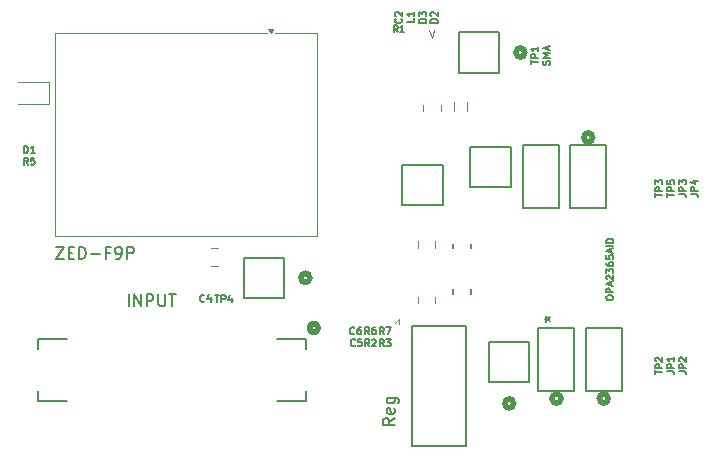
<source format=gbr>
%TF.GenerationSoftware,KiCad,Pcbnew,8.0.5*%
%TF.CreationDate,2025-04-17T16:29:18+02:00*%
%TF.ProjectId,ZED_F9P_minimal,5a45445f-4639-4505-9f6d-696e696d616c,rev?*%
%TF.SameCoordinates,Original*%
%TF.FileFunction,Legend,Top*%
%TF.FilePolarity,Positive*%
%FSLAX46Y46*%
G04 Gerber Fmt 4.6, Leading zero omitted, Abs format (unit mm)*
G04 Created by KiCad (PCBNEW 8.0.5) date 2025-04-17 16:29:18*
%MOMM*%
%LPD*%
G01*
G04 APERTURE LIST*
%ADD10C,0.100000*%
%ADD11C,0.150000*%
%ADD12C,0.152400*%
%ADD13C,0.508000*%
%ADD14C,0.120000*%
%ADD15C,0.200000*%
G04 APERTURE END LIST*
D10*
X56950000Y-22100000D02*
X56750000Y-22750000D01*
X56750000Y-22750000D02*
X56550000Y-22100000D01*
X53600000Y-46875000D02*
X53950000Y-46525000D01*
X53950000Y-46525000D02*
X53950000Y-46975000D01*
D11*
X38392856Y-44519771D02*
X38735714Y-44519771D01*
X38564285Y-45119771D02*
X38564285Y-44519771D01*
X38935714Y-45119771D02*
X38935714Y-44519771D01*
X38935714Y-44519771D02*
X39164285Y-44519771D01*
X39164285Y-44519771D02*
X39221428Y-44548342D01*
X39221428Y-44548342D02*
X39249999Y-44576914D01*
X39249999Y-44576914D02*
X39278571Y-44634057D01*
X39278571Y-44634057D02*
X39278571Y-44719771D01*
X39278571Y-44719771D02*
X39249999Y-44776914D01*
X39249999Y-44776914D02*
X39221428Y-44805485D01*
X39221428Y-44805485D02*
X39164285Y-44834057D01*
X39164285Y-44834057D02*
X38935714Y-44834057D01*
X39792857Y-44719771D02*
X39792857Y-45119771D01*
X39649999Y-44491200D02*
X39507142Y-44919771D01*
X39507142Y-44919771D02*
X39878571Y-44919771D01*
X76669771Y-50975000D02*
X77098342Y-50975000D01*
X77098342Y-50975000D02*
X77184057Y-51003571D01*
X77184057Y-51003571D02*
X77241200Y-51060714D01*
X77241200Y-51060714D02*
X77269771Y-51146428D01*
X77269771Y-51146428D02*
X77269771Y-51203571D01*
X77269771Y-50689285D02*
X76669771Y-50689285D01*
X76669771Y-50689285D02*
X76669771Y-50460714D01*
X76669771Y-50460714D02*
X76698342Y-50403571D01*
X76698342Y-50403571D02*
X76726914Y-50375000D01*
X76726914Y-50375000D02*
X76784057Y-50346428D01*
X76784057Y-50346428D02*
X76869771Y-50346428D01*
X76869771Y-50346428D02*
X76926914Y-50375000D01*
X76926914Y-50375000D02*
X76955485Y-50403571D01*
X76955485Y-50403571D02*
X76984057Y-50460714D01*
X76984057Y-50460714D02*
X76984057Y-50689285D01*
X77269771Y-49775000D02*
X77269771Y-50117857D01*
X77269771Y-49946428D02*
X76669771Y-49946428D01*
X76669771Y-49946428D02*
X76755485Y-50003571D01*
X76755485Y-50003571D02*
X76812628Y-50060714D01*
X76812628Y-50060714D02*
X76841200Y-50117857D01*
X55230921Y-21078999D02*
X55230921Y-21364713D01*
X55230921Y-21364713D02*
X54630921Y-21364713D01*
X55230921Y-20564714D02*
X55230921Y-20907571D01*
X55230921Y-20736142D02*
X54630921Y-20736142D01*
X54630921Y-20736142D02*
X54716635Y-20793285D01*
X54716635Y-20793285D02*
X54773778Y-20850428D01*
X54773778Y-20850428D02*
X54802350Y-20907571D01*
X54173778Y-21099999D02*
X54202350Y-21128571D01*
X54202350Y-21128571D02*
X54230921Y-21214285D01*
X54230921Y-21214285D02*
X54230921Y-21271428D01*
X54230921Y-21271428D02*
X54202350Y-21357142D01*
X54202350Y-21357142D02*
X54145207Y-21414285D01*
X54145207Y-21414285D02*
X54088064Y-21442856D01*
X54088064Y-21442856D02*
X53973778Y-21471428D01*
X53973778Y-21471428D02*
X53888064Y-21471428D01*
X53888064Y-21471428D02*
X53773778Y-21442856D01*
X53773778Y-21442856D02*
X53716635Y-21414285D01*
X53716635Y-21414285D02*
X53659492Y-21357142D01*
X53659492Y-21357142D02*
X53630921Y-21271428D01*
X53630921Y-21271428D02*
X53630921Y-21214285D01*
X53630921Y-21214285D02*
X53659492Y-21128571D01*
X53659492Y-21128571D02*
X53688064Y-21099999D01*
X53688064Y-20871428D02*
X53659492Y-20842856D01*
X53659492Y-20842856D02*
X53630921Y-20785714D01*
X53630921Y-20785714D02*
X53630921Y-20642856D01*
X53630921Y-20642856D02*
X53659492Y-20585714D01*
X53659492Y-20585714D02*
X53688064Y-20557142D01*
X53688064Y-20557142D02*
X53745207Y-20528571D01*
X53745207Y-20528571D02*
X53802350Y-20528571D01*
X53802350Y-20528571D02*
X53888064Y-20557142D01*
X53888064Y-20557142D02*
X54230921Y-20899999D01*
X54230921Y-20899999D02*
X54230921Y-20528571D01*
X31071429Y-45454819D02*
X31071429Y-44454819D01*
X31547619Y-45454819D02*
X31547619Y-44454819D01*
X31547619Y-44454819D02*
X32119047Y-45454819D01*
X32119047Y-45454819D02*
X32119047Y-44454819D01*
X32595238Y-45454819D02*
X32595238Y-44454819D01*
X32595238Y-44454819D02*
X32976190Y-44454819D01*
X32976190Y-44454819D02*
X33071428Y-44502438D01*
X33071428Y-44502438D02*
X33119047Y-44550057D01*
X33119047Y-44550057D02*
X33166666Y-44645295D01*
X33166666Y-44645295D02*
X33166666Y-44788152D01*
X33166666Y-44788152D02*
X33119047Y-44883390D01*
X33119047Y-44883390D02*
X33071428Y-44931009D01*
X33071428Y-44931009D02*
X32976190Y-44978628D01*
X32976190Y-44978628D02*
X32595238Y-44978628D01*
X33595238Y-44454819D02*
X33595238Y-45264342D01*
X33595238Y-45264342D02*
X33642857Y-45359580D01*
X33642857Y-45359580D02*
X33690476Y-45407200D01*
X33690476Y-45407200D02*
X33785714Y-45454819D01*
X33785714Y-45454819D02*
X33976190Y-45454819D01*
X33976190Y-45454819D02*
X34071428Y-45407200D01*
X34071428Y-45407200D02*
X34119047Y-45359580D01*
X34119047Y-45359580D02*
X34166666Y-45264342D01*
X34166666Y-45264342D02*
X34166666Y-44454819D01*
X34500000Y-44454819D02*
X35071428Y-44454819D01*
X34785714Y-45454819D02*
X34785714Y-44454819D01*
X65169771Y-24957143D02*
X65169771Y-24614286D01*
X65769771Y-24785714D02*
X65169771Y-24785714D01*
X65769771Y-24414285D02*
X65169771Y-24414285D01*
X65169771Y-24414285D02*
X65169771Y-24185714D01*
X65169771Y-24185714D02*
X65198342Y-24128571D01*
X65198342Y-24128571D02*
X65226914Y-24100000D01*
X65226914Y-24100000D02*
X65284057Y-24071428D01*
X65284057Y-24071428D02*
X65369771Y-24071428D01*
X65369771Y-24071428D02*
X65426914Y-24100000D01*
X65426914Y-24100000D02*
X65455485Y-24128571D01*
X65455485Y-24128571D02*
X65484057Y-24185714D01*
X65484057Y-24185714D02*
X65484057Y-24414285D01*
X65769771Y-23500000D02*
X65769771Y-23842857D01*
X65769771Y-23671428D02*
X65169771Y-23671428D01*
X65169771Y-23671428D02*
X65255485Y-23728571D01*
X65255485Y-23728571D02*
X65312628Y-23785714D01*
X65312628Y-23785714D02*
X65341200Y-23842857D01*
X56269771Y-21442856D02*
X55669771Y-21442856D01*
X55669771Y-21442856D02*
X55669771Y-21299999D01*
X55669771Y-21299999D02*
X55698342Y-21214285D01*
X55698342Y-21214285D02*
X55755485Y-21157142D01*
X55755485Y-21157142D02*
X55812628Y-21128571D01*
X55812628Y-21128571D02*
X55926914Y-21099999D01*
X55926914Y-21099999D02*
X56012628Y-21099999D01*
X56012628Y-21099999D02*
X56126914Y-21128571D01*
X56126914Y-21128571D02*
X56184057Y-21157142D01*
X56184057Y-21157142D02*
X56241200Y-21214285D01*
X56241200Y-21214285D02*
X56269771Y-21299999D01*
X56269771Y-21299999D02*
X56269771Y-21442856D01*
X55669771Y-20899999D02*
X55669771Y-20528571D01*
X55669771Y-20528571D02*
X55898342Y-20728571D01*
X55898342Y-20728571D02*
X55898342Y-20642856D01*
X55898342Y-20642856D02*
X55926914Y-20585714D01*
X55926914Y-20585714D02*
X55955485Y-20557142D01*
X55955485Y-20557142D02*
X56012628Y-20528571D01*
X56012628Y-20528571D02*
X56155485Y-20528571D01*
X56155485Y-20528571D02*
X56212628Y-20557142D01*
X56212628Y-20557142D02*
X56241200Y-20585714D01*
X56241200Y-20585714D02*
X56269771Y-20642856D01*
X56269771Y-20642856D02*
X56269771Y-20814285D01*
X56269771Y-20814285D02*
X56241200Y-20871428D01*
X56241200Y-20871428D02*
X56212628Y-20899999D01*
X71519771Y-44782143D02*
X71519771Y-44667857D01*
X71519771Y-44667857D02*
X71548342Y-44610714D01*
X71548342Y-44610714D02*
X71605485Y-44553571D01*
X71605485Y-44553571D02*
X71719771Y-44525000D01*
X71719771Y-44525000D02*
X71919771Y-44525000D01*
X71919771Y-44525000D02*
X72034057Y-44553571D01*
X72034057Y-44553571D02*
X72091200Y-44610714D01*
X72091200Y-44610714D02*
X72119771Y-44667857D01*
X72119771Y-44667857D02*
X72119771Y-44782143D01*
X72119771Y-44782143D02*
X72091200Y-44839286D01*
X72091200Y-44839286D02*
X72034057Y-44896428D01*
X72034057Y-44896428D02*
X71919771Y-44925000D01*
X71919771Y-44925000D02*
X71719771Y-44925000D01*
X71719771Y-44925000D02*
X71605485Y-44896428D01*
X71605485Y-44896428D02*
X71548342Y-44839286D01*
X71548342Y-44839286D02*
X71519771Y-44782143D01*
X72119771Y-44267857D02*
X71519771Y-44267857D01*
X71519771Y-44267857D02*
X71519771Y-44039286D01*
X71519771Y-44039286D02*
X71548342Y-43982143D01*
X71548342Y-43982143D02*
X71576914Y-43953572D01*
X71576914Y-43953572D02*
X71634057Y-43925000D01*
X71634057Y-43925000D02*
X71719771Y-43925000D01*
X71719771Y-43925000D02*
X71776914Y-43953572D01*
X71776914Y-43953572D02*
X71805485Y-43982143D01*
X71805485Y-43982143D02*
X71834057Y-44039286D01*
X71834057Y-44039286D02*
X71834057Y-44267857D01*
X71948342Y-43696429D02*
X71948342Y-43410715D01*
X72119771Y-43753572D02*
X71519771Y-43553572D01*
X71519771Y-43553572D02*
X72119771Y-43353572D01*
X71576914Y-43182143D02*
X71548342Y-43153571D01*
X71548342Y-43153571D02*
X71519771Y-43096429D01*
X71519771Y-43096429D02*
X71519771Y-42953571D01*
X71519771Y-42953571D02*
X71548342Y-42896429D01*
X71548342Y-42896429D02*
X71576914Y-42867857D01*
X71576914Y-42867857D02*
X71634057Y-42839286D01*
X71634057Y-42839286D02*
X71691200Y-42839286D01*
X71691200Y-42839286D02*
X71776914Y-42867857D01*
X71776914Y-42867857D02*
X72119771Y-43210714D01*
X72119771Y-43210714D02*
X72119771Y-42839286D01*
X71519771Y-42639285D02*
X71519771Y-42267857D01*
X71519771Y-42267857D02*
X71748342Y-42467857D01*
X71748342Y-42467857D02*
X71748342Y-42382142D01*
X71748342Y-42382142D02*
X71776914Y-42325000D01*
X71776914Y-42325000D02*
X71805485Y-42296428D01*
X71805485Y-42296428D02*
X71862628Y-42267857D01*
X71862628Y-42267857D02*
X72005485Y-42267857D01*
X72005485Y-42267857D02*
X72062628Y-42296428D01*
X72062628Y-42296428D02*
X72091200Y-42325000D01*
X72091200Y-42325000D02*
X72119771Y-42382142D01*
X72119771Y-42382142D02*
X72119771Y-42553571D01*
X72119771Y-42553571D02*
X72091200Y-42610714D01*
X72091200Y-42610714D02*
X72062628Y-42639285D01*
X71519771Y-41753571D02*
X71519771Y-41867856D01*
X71519771Y-41867856D02*
X71548342Y-41924999D01*
X71548342Y-41924999D02*
X71576914Y-41953571D01*
X71576914Y-41953571D02*
X71662628Y-42010713D01*
X71662628Y-42010713D02*
X71776914Y-42039285D01*
X71776914Y-42039285D02*
X72005485Y-42039285D01*
X72005485Y-42039285D02*
X72062628Y-42010713D01*
X72062628Y-42010713D02*
X72091200Y-41982142D01*
X72091200Y-41982142D02*
X72119771Y-41924999D01*
X72119771Y-41924999D02*
X72119771Y-41810713D01*
X72119771Y-41810713D02*
X72091200Y-41753571D01*
X72091200Y-41753571D02*
X72062628Y-41724999D01*
X72062628Y-41724999D02*
X72005485Y-41696428D01*
X72005485Y-41696428D02*
X71862628Y-41696428D01*
X71862628Y-41696428D02*
X71805485Y-41724999D01*
X71805485Y-41724999D02*
X71776914Y-41753571D01*
X71776914Y-41753571D02*
X71748342Y-41810713D01*
X71748342Y-41810713D02*
X71748342Y-41924999D01*
X71748342Y-41924999D02*
X71776914Y-41982142D01*
X71776914Y-41982142D02*
X71805485Y-42010713D01*
X71805485Y-42010713D02*
X71862628Y-42039285D01*
X71519771Y-41153570D02*
X71519771Y-41439284D01*
X71519771Y-41439284D02*
X71805485Y-41467856D01*
X71805485Y-41467856D02*
X71776914Y-41439284D01*
X71776914Y-41439284D02*
X71748342Y-41382142D01*
X71748342Y-41382142D02*
X71748342Y-41239284D01*
X71748342Y-41239284D02*
X71776914Y-41182142D01*
X71776914Y-41182142D02*
X71805485Y-41153570D01*
X71805485Y-41153570D02*
X71862628Y-41124999D01*
X71862628Y-41124999D02*
X72005485Y-41124999D01*
X72005485Y-41124999D02*
X72062628Y-41153570D01*
X72062628Y-41153570D02*
X72091200Y-41182142D01*
X72091200Y-41182142D02*
X72119771Y-41239284D01*
X72119771Y-41239284D02*
X72119771Y-41382142D01*
X72119771Y-41382142D02*
X72091200Y-41439284D01*
X72091200Y-41439284D02*
X72062628Y-41467856D01*
X71948342Y-40896427D02*
X71948342Y-40610713D01*
X72119771Y-40953570D02*
X71519771Y-40753570D01*
X71519771Y-40753570D02*
X72119771Y-40553570D01*
X72119771Y-40353569D02*
X71519771Y-40353569D01*
X72119771Y-40067855D02*
X71519771Y-40067855D01*
X71519771Y-40067855D02*
X71519771Y-39924998D01*
X71519771Y-39924998D02*
X71548342Y-39839284D01*
X71548342Y-39839284D02*
X71605485Y-39782141D01*
X71605485Y-39782141D02*
X71662628Y-39753570D01*
X71662628Y-39753570D02*
X71776914Y-39724998D01*
X71776914Y-39724998D02*
X71862628Y-39724998D01*
X71862628Y-39724998D02*
X71976914Y-39753570D01*
X71976914Y-39753570D02*
X72034057Y-39782141D01*
X72034057Y-39782141D02*
X72091200Y-39839284D01*
X72091200Y-39839284D02*
X72119771Y-39924998D01*
X72119771Y-39924998D02*
X72119771Y-40067855D01*
X66289819Y-46540699D02*
X66527914Y-46540699D01*
X66432676Y-46778794D02*
X66527914Y-46540699D01*
X66527914Y-46540699D02*
X66432676Y-46302604D01*
X66718390Y-46683556D02*
X66527914Y-46540699D01*
X66527914Y-46540699D02*
X66718390Y-46397842D01*
X66289819Y-46540699D02*
X66527914Y-46540699D01*
X66432676Y-46778794D02*
X66527914Y-46540699D01*
X66527914Y-46540699D02*
X66432676Y-46302604D01*
X66718390Y-46683556D02*
X66527914Y-46540699D01*
X66527914Y-46540699D02*
X66718390Y-46397842D01*
X50200000Y-47787628D02*
X50171428Y-47816200D01*
X50171428Y-47816200D02*
X50085714Y-47844771D01*
X50085714Y-47844771D02*
X50028571Y-47844771D01*
X50028571Y-47844771D02*
X49942857Y-47816200D01*
X49942857Y-47816200D02*
X49885714Y-47759057D01*
X49885714Y-47759057D02*
X49857143Y-47701914D01*
X49857143Y-47701914D02*
X49828571Y-47587628D01*
X49828571Y-47587628D02*
X49828571Y-47501914D01*
X49828571Y-47501914D02*
X49857143Y-47387628D01*
X49857143Y-47387628D02*
X49885714Y-47330485D01*
X49885714Y-47330485D02*
X49942857Y-47273342D01*
X49942857Y-47273342D02*
X50028571Y-47244771D01*
X50028571Y-47244771D02*
X50085714Y-47244771D01*
X50085714Y-47244771D02*
X50171428Y-47273342D01*
X50171428Y-47273342D02*
X50200000Y-47301914D01*
X50714286Y-47244771D02*
X50600000Y-47244771D01*
X50600000Y-47244771D02*
X50542857Y-47273342D01*
X50542857Y-47273342D02*
X50514286Y-47301914D01*
X50514286Y-47301914D02*
X50457143Y-47387628D01*
X50457143Y-47387628D02*
X50428571Y-47501914D01*
X50428571Y-47501914D02*
X50428571Y-47730485D01*
X50428571Y-47730485D02*
X50457143Y-47787628D01*
X50457143Y-47787628D02*
X50485714Y-47816200D01*
X50485714Y-47816200D02*
X50542857Y-47844771D01*
X50542857Y-47844771D02*
X50657143Y-47844771D01*
X50657143Y-47844771D02*
X50714286Y-47816200D01*
X50714286Y-47816200D02*
X50742857Y-47787628D01*
X50742857Y-47787628D02*
X50771428Y-47730485D01*
X50771428Y-47730485D02*
X50771428Y-47587628D01*
X50771428Y-47587628D02*
X50742857Y-47530485D01*
X50742857Y-47530485D02*
X50714286Y-47501914D01*
X50714286Y-47501914D02*
X50657143Y-47473342D01*
X50657143Y-47473342D02*
X50542857Y-47473342D01*
X50542857Y-47473342D02*
X50485714Y-47501914D01*
X50485714Y-47501914D02*
X50457143Y-47530485D01*
X50457143Y-47530485D02*
X50428571Y-47587628D01*
X66691200Y-24996428D02*
X66719771Y-24910714D01*
X66719771Y-24910714D02*
X66719771Y-24767856D01*
X66719771Y-24767856D02*
X66691200Y-24710714D01*
X66691200Y-24710714D02*
X66662628Y-24682142D01*
X66662628Y-24682142D02*
X66605485Y-24653571D01*
X66605485Y-24653571D02*
X66548342Y-24653571D01*
X66548342Y-24653571D02*
X66491200Y-24682142D01*
X66491200Y-24682142D02*
X66462628Y-24710714D01*
X66462628Y-24710714D02*
X66434057Y-24767856D01*
X66434057Y-24767856D02*
X66405485Y-24882142D01*
X66405485Y-24882142D02*
X66376914Y-24939285D01*
X66376914Y-24939285D02*
X66348342Y-24967856D01*
X66348342Y-24967856D02*
X66291200Y-24996428D01*
X66291200Y-24996428D02*
X66234057Y-24996428D01*
X66234057Y-24996428D02*
X66176914Y-24967856D01*
X66176914Y-24967856D02*
X66148342Y-24939285D01*
X66148342Y-24939285D02*
X66119771Y-24882142D01*
X66119771Y-24882142D02*
X66119771Y-24739285D01*
X66119771Y-24739285D02*
X66148342Y-24653571D01*
X66719771Y-24396427D02*
X66119771Y-24396427D01*
X66119771Y-24396427D02*
X66548342Y-24196427D01*
X66548342Y-24196427D02*
X66119771Y-23996427D01*
X66119771Y-23996427D02*
X66719771Y-23996427D01*
X66548342Y-23739285D02*
X66548342Y-23453571D01*
X66719771Y-23796428D02*
X66119771Y-23596428D01*
X66119771Y-23596428D02*
X66719771Y-23396428D01*
X51450000Y-47844771D02*
X51250000Y-47559057D01*
X51107143Y-47844771D02*
X51107143Y-47244771D01*
X51107143Y-47244771D02*
X51335714Y-47244771D01*
X51335714Y-47244771D02*
X51392857Y-47273342D01*
X51392857Y-47273342D02*
X51421428Y-47301914D01*
X51421428Y-47301914D02*
X51450000Y-47359057D01*
X51450000Y-47359057D02*
X51450000Y-47444771D01*
X51450000Y-47444771D02*
X51421428Y-47501914D01*
X51421428Y-47501914D02*
X51392857Y-47530485D01*
X51392857Y-47530485D02*
X51335714Y-47559057D01*
X51335714Y-47559057D02*
X51107143Y-47559057D01*
X51964286Y-47244771D02*
X51850000Y-47244771D01*
X51850000Y-47244771D02*
X51792857Y-47273342D01*
X51792857Y-47273342D02*
X51764286Y-47301914D01*
X51764286Y-47301914D02*
X51707143Y-47387628D01*
X51707143Y-47387628D02*
X51678571Y-47501914D01*
X51678571Y-47501914D02*
X51678571Y-47730485D01*
X51678571Y-47730485D02*
X51707143Y-47787628D01*
X51707143Y-47787628D02*
X51735714Y-47816200D01*
X51735714Y-47816200D02*
X51792857Y-47844771D01*
X51792857Y-47844771D02*
X51907143Y-47844771D01*
X51907143Y-47844771D02*
X51964286Y-47816200D01*
X51964286Y-47816200D02*
X51992857Y-47787628D01*
X51992857Y-47787628D02*
X52021428Y-47730485D01*
X52021428Y-47730485D02*
X52021428Y-47587628D01*
X52021428Y-47587628D02*
X51992857Y-47530485D01*
X51992857Y-47530485D02*
X51964286Y-47501914D01*
X51964286Y-47501914D02*
X51907143Y-47473342D01*
X51907143Y-47473342D02*
X51792857Y-47473342D01*
X51792857Y-47473342D02*
X51735714Y-47501914D01*
X51735714Y-47501914D02*
X51707143Y-47530485D01*
X51707143Y-47530485D02*
X51678571Y-47587628D01*
X78669771Y-35975000D02*
X79098342Y-35975000D01*
X79098342Y-35975000D02*
X79184057Y-36003571D01*
X79184057Y-36003571D02*
X79241200Y-36060714D01*
X79241200Y-36060714D02*
X79269771Y-36146428D01*
X79269771Y-36146428D02*
X79269771Y-36203571D01*
X79269771Y-35689285D02*
X78669771Y-35689285D01*
X78669771Y-35689285D02*
X78669771Y-35460714D01*
X78669771Y-35460714D02*
X78698342Y-35403571D01*
X78698342Y-35403571D02*
X78726914Y-35375000D01*
X78726914Y-35375000D02*
X78784057Y-35346428D01*
X78784057Y-35346428D02*
X78869771Y-35346428D01*
X78869771Y-35346428D02*
X78926914Y-35375000D01*
X78926914Y-35375000D02*
X78955485Y-35403571D01*
X78955485Y-35403571D02*
X78984057Y-35460714D01*
X78984057Y-35460714D02*
X78984057Y-35689285D01*
X78869771Y-34832143D02*
X79269771Y-34832143D01*
X78641200Y-34975000D02*
X79069771Y-35117857D01*
X79069771Y-35117857D02*
X79069771Y-34746428D01*
X57230921Y-21442856D02*
X56630921Y-21442856D01*
X56630921Y-21442856D02*
X56630921Y-21299999D01*
X56630921Y-21299999D02*
X56659492Y-21214285D01*
X56659492Y-21214285D02*
X56716635Y-21157142D01*
X56716635Y-21157142D02*
X56773778Y-21128571D01*
X56773778Y-21128571D02*
X56888064Y-21099999D01*
X56888064Y-21099999D02*
X56973778Y-21099999D01*
X56973778Y-21099999D02*
X57088064Y-21128571D01*
X57088064Y-21128571D02*
X57145207Y-21157142D01*
X57145207Y-21157142D02*
X57202350Y-21214285D01*
X57202350Y-21214285D02*
X57230921Y-21299999D01*
X57230921Y-21299999D02*
X57230921Y-21442856D01*
X56688064Y-20871428D02*
X56659492Y-20842856D01*
X56659492Y-20842856D02*
X56630921Y-20785714D01*
X56630921Y-20785714D02*
X56630921Y-20642856D01*
X56630921Y-20642856D02*
X56659492Y-20585714D01*
X56659492Y-20585714D02*
X56688064Y-20557142D01*
X56688064Y-20557142D02*
X56745207Y-20528571D01*
X56745207Y-20528571D02*
X56802350Y-20528571D01*
X56802350Y-20528571D02*
X56888064Y-20557142D01*
X56888064Y-20557142D02*
X57230921Y-20899999D01*
X57230921Y-20899999D02*
X57230921Y-20528571D01*
X52700000Y-47844771D02*
X52500000Y-47559057D01*
X52357143Y-47844771D02*
X52357143Y-47244771D01*
X52357143Y-47244771D02*
X52585714Y-47244771D01*
X52585714Y-47244771D02*
X52642857Y-47273342D01*
X52642857Y-47273342D02*
X52671428Y-47301914D01*
X52671428Y-47301914D02*
X52700000Y-47359057D01*
X52700000Y-47359057D02*
X52700000Y-47444771D01*
X52700000Y-47444771D02*
X52671428Y-47501914D01*
X52671428Y-47501914D02*
X52642857Y-47530485D01*
X52642857Y-47530485D02*
X52585714Y-47559057D01*
X52585714Y-47559057D02*
X52357143Y-47559057D01*
X52900000Y-47244771D02*
X53300000Y-47244771D01*
X53300000Y-47244771D02*
X53042857Y-47844771D01*
X76669771Y-36232143D02*
X76669771Y-35889286D01*
X77269771Y-36060714D02*
X76669771Y-36060714D01*
X77269771Y-35689285D02*
X76669771Y-35689285D01*
X76669771Y-35689285D02*
X76669771Y-35460714D01*
X76669771Y-35460714D02*
X76698342Y-35403571D01*
X76698342Y-35403571D02*
X76726914Y-35375000D01*
X76726914Y-35375000D02*
X76784057Y-35346428D01*
X76784057Y-35346428D02*
X76869771Y-35346428D01*
X76869771Y-35346428D02*
X76926914Y-35375000D01*
X76926914Y-35375000D02*
X76955485Y-35403571D01*
X76955485Y-35403571D02*
X76984057Y-35460714D01*
X76984057Y-35460714D02*
X76984057Y-35689285D01*
X76669771Y-34803571D02*
X76669771Y-35089285D01*
X76669771Y-35089285D02*
X76955485Y-35117857D01*
X76955485Y-35117857D02*
X76926914Y-35089285D01*
X76926914Y-35089285D02*
X76898342Y-35032143D01*
X76898342Y-35032143D02*
X76898342Y-34889285D01*
X76898342Y-34889285D02*
X76926914Y-34832143D01*
X76926914Y-34832143D02*
X76955485Y-34803571D01*
X76955485Y-34803571D02*
X77012628Y-34775000D01*
X77012628Y-34775000D02*
X77155485Y-34775000D01*
X77155485Y-34775000D02*
X77212628Y-34803571D01*
X77212628Y-34803571D02*
X77241200Y-34832143D01*
X77241200Y-34832143D02*
X77269771Y-34889285D01*
X77269771Y-34889285D02*
X77269771Y-35032143D01*
X77269771Y-35032143D02*
X77241200Y-35089285D01*
X77241200Y-35089285D02*
X77212628Y-35117857D01*
X22550000Y-33469771D02*
X22350000Y-33184057D01*
X22207143Y-33469771D02*
X22207143Y-32869771D01*
X22207143Y-32869771D02*
X22435714Y-32869771D01*
X22435714Y-32869771D02*
X22492857Y-32898342D01*
X22492857Y-32898342D02*
X22521428Y-32926914D01*
X22521428Y-32926914D02*
X22550000Y-32984057D01*
X22550000Y-32984057D02*
X22550000Y-33069771D01*
X22550000Y-33069771D02*
X22521428Y-33126914D01*
X22521428Y-33126914D02*
X22492857Y-33155485D01*
X22492857Y-33155485D02*
X22435714Y-33184057D01*
X22435714Y-33184057D02*
X22207143Y-33184057D01*
X23092857Y-32869771D02*
X22807143Y-32869771D01*
X22807143Y-32869771D02*
X22778571Y-33155485D01*
X22778571Y-33155485D02*
X22807143Y-33126914D01*
X22807143Y-33126914D02*
X22864286Y-33098342D01*
X22864286Y-33098342D02*
X23007143Y-33098342D01*
X23007143Y-33098342D02*
X23064286Y-33126914D01*
X23064286Y-33126914D02*
X23092857Y-33155485D01*
X23092857Y-33155485D02*
X23121428Y-33212628D01*
X23121428Y-33212628D02*
X23121428Y-33355485D01*
X23121428Y-33355485D02*
X23092857Y-33412628D01*
X23092857Y-33412628D02*
X23064286Y-33441200D01*
X23064286Y-33441200D02*
X23007143Y-33469771D01*
X23007143Y-33469771D02*
X22864286Y-33469771D01*
X22864286Y-33469771D02*
X22807143Y-33441200D01*
X22807143Y-33441200D02*
X22778571Y-33412628D01*
X50250000Y-48762628D02*
X50221428Y-48791200D01*
X50221428Y-48791200D02*
X50135714Y-48819771D01*
X50135714Y-48819771D02*
X50078571Y-48819771D01*
X50078571Y-48819771D02*
X49992857Y-48791200D01*
X49992857Y-48791200D02*
X49935714Y-48734057D01*
X49935714Y-48734057D02*
X49907143Y-48676914D01*
X49907143Y-48676914D02*
X49878571Y-48562628D01*
X49878571Y-48562628D02*
X49878571Y-48476914D01*
X49878571Y-48476914D02*
X49907143Y-48362628D01*
X49907143Y-48362628D02*
X49935714Y-48305485D01*
X49935714Y-48305485D02*
X49992857Y-48248342D01*
X49992857Y-48248342D02*
X50078571Y-48219771D01*
X50078571Y-48219771D02*
X50135714Y-48219771D01*
X50135714Y-48219771D02*
X50221428Y-48248342D01*
X50221428Y-48248342D02*
X50250000Y-48276914D01*
X50792857Y-48219771D02*
X50507143Y-48219771D01*
X50507143Y-48219771D02*
X50478571Y-48505485D01*
X50478571Y-48505485D02*
X50507143Y-48476914D01*
X50507143Y-48476914D02*
X50564286Y-48448342D01*
X50564286Y-48448342D02*
X50707143Y-48448342D01*
X50707143Y-48448342D02*
X50764286Y-48476914D01*
X50764286Y-48476914D02*
X50792857Y-48505485D01*
X50792857Y-48505485D02*
X50821428Y-48562628D01*
X50821428Y-48562628D02*
X50821428Y-48705485D01*
X50821428Y-48705485D02*
X50792857Y-48762628D01*
X50792857Y-48762628D02*
X50764286Y-48791200D01*
X50764286Y-48791200D02*
X50707143Y-48819771D01*
X50707143Y-48819771D02*
X50564286Y-48819771D01*
X50564286Y-48819771D02*
X50507143Y-48791200D01*
X50507143Y-48791200D02*
X50478571Y-48762628D01*
X75669771Y-51232143D02*
X75669771Y-50889286D01*
X76269771Y-51060714D02*
X75669771Y-51060714D01*
X76269771Y-50689285D02*
X75669771Y-50689285D01*
X75669771Y-50689285D02*
X75669771Y-50460714D01*
X75669771Y-50460714D02*
X75698342Y-50403571D01*
X75698342Y-50403571D02*
X75726914Y-50375000D01*
X75726914Y-50375000D02*
X75784057Y-50346428D01*
X75784057Y-50346428D02*
X75869771Y-50346428D01*
X75869771Y-50346428D02*
X75926914Y-50375000D01*
X75926914Y-50375000D02*
X75955485Y-50403571D01*
X75955485Y-50403571D02*
X75984057Y-50460714D01*
X75984057Y-50460714D02*
X75984057Y-50689285D01*
X75726914Y-50117857D02*
X75698342Y-50089285D01*
X75698342Y-50089285D02*
X75669771Y-50032143D01*
X75669771Y-50032143D02*
X75669771Y-49889285D01*
X75669771Y-49889285D02*
X75698342Y-49832143D01*
X75698342Y-49832143D02*
X75726914Y-49803571D01*
X75726914Y-49803571D02*
X75784057Y-49775000D01*
X75784057Y-49775000D02*
X75841200Y-49775000D01*
X75841200Y-49775000D02*
X75926914Y-49803571D01*
X75926914Y-49803571D02*
X76269771Y-50146428D01*
X76269771Y-50146428D02*
X76269771Y-49775000D01*
X77669771Y-50975000D02*
X78098342Y-50975000D01*
X78098342Y-50975000D02*
X78184057Y-51003571D01*
X78184057Y-51003571D02*
X78241200Y-51060714D01*
X78241200Y-51060714D02*
X78269771Y-51146428D01*
X78269771Y-51146428D02*
X78269771Y-51203571D01*
X78269771Y-50689285D02*
X77669771Y-50689285D01*
X77669771Y-50689285D02*
X77669771Y-50460714D01*
X77669771Y-50460714D02*
X77698342Y-50403571D01*
X77698342Y-50403571D02*
X77726914Y-50375000D01*
X77726914Y-50375000D02*
X77784057Y-50346428D01*
X77784057Y-50346428D02*
X77869771Y-50346428D01*
X77869771Y-50346428D02*
X77926914Y-50375000D01*
X77926914Y-50375000D02*
X77955485Y-50403571D01*
X77955485Y-50403571D02*
X77984057Y-50460714D01*
X77984057Y-50460714D02*
X77984057Y-50689285D01*
X77726914Y-50117857D02*
X77698342Y-50089285D01*
X77698342Y-50089285D02*
X77669771Y-50032143D01*
X77669771Y-50032143D02*
X77669771Y-49889285D01*
X77669771Y-49889285D02*
X77698342Y-49832143D01*
X77698342Y-49832143D02*
X77726914Y-49803571D01*
X77726914Y-49803571D02*
X77784057Y-49775000D01*
X77784057Y-49775000D02*
X77841200Y-49775000D01*
X77841200Y-49775000D02*
X77926914Y-49803571D01*
X77926914Y-49803571D02*
X78269771Y-50146428D01*
X78269771Y-50146428D02*
X78269771Y-49775000D01*
X77669771Y-35975000D02*
X78098342Y-35975000D01*
X78098342Y-35975000D02*
X78184057Y-36003571D01*
X78184057Y-36003571D02*
X78241200Y-36060714D01*
X78241200Y-36060714D02*
X78269771Y-36146428D01*
X78269771Y-36146428D02*
X78269771Y-36203571D01*
X78269771Y-35689285D02*
X77669771Y-35689285D01*
X77669771Y-35689285D02*
X77669771Y-35460714D01*
X77669771Y-35460714D02*
X77698342Y-35403571D01*
X77698342Y-35403571D02*
X77726914Y-35375000D01*
X77726914Y-35375000D02*
X77784057Y-35346428D01*
X77784057Y-35346428D02*
X77869771Y-35346428D01*
X77869771Y-35346428D02*
X77926914Y-35375000D01*
X77926914Y-35375000D02*
X77955485Y-35403571D01*
X77955485Y-35403571D02*
X77984057Y-35460714D01*
X77984057Y-35460714D02*
X77984057Y-35689285D01*
X77669771Y-35146428D02*
X77669771Y-34775000D01*
X77669771Y-34775000D02*
X77898342Y-34975000D01*
X77898342Y-34975000D02*
X77898342Y-34889285D01*
X77898342Y-34889285D02*
X77926914Y-34832143D01*
X77926914Y-34832143D02*
X77955485Y-34803571D01*
X77955485Y-34803571D02*
X78012628Y-34775000D01*
X78012628Y-34775000D02*
X78155485Y-34775000D01*
X78155485Y-34775000D02*
X78212628Y-34803571D01*
X78212628Y-34803571D02*
X78241200Y-34832143D01*
X78241200Y-34832143D02*
X78269771Y-34889285D01*
X78269771Y-34889285D02*
X78269771Y-35060714D01*
X78269771Y-35060714D02*
X78241200Y-35117857D01*
X78241200Y-35117857D02*
X78212628Y-35146428D01*
X75669771Y-36232143D02*
X75669771Y-35889286D01*
X76269771Y-36060714D02*
X75669771Y-36060714D01*
X76269771Y-35689285D02*
X75669771Y-35689285D01*
X75669771Y-35689285D02*
X75669771Y-35460714D01*
X75669771Y-35460714D02*
X75698342Y-35403571D01*
X75698342Y-35403571D02*
X75726914Y-35375000D01*
X75726914Y-35375000D02*
X75784057Y-35346428D01*
X75784057Y-35346428D02*
X75869771Y-35346428D01*
X75869771Y-35346428D02*
X75926914Y-35375000D01*
X75926914Y-35375000D02*
X75955485Y-35403571D01*
X75955485Y-35403571D02*
X75984057Y-35460714D01*
X75984057Y-35460714D02*
X75984057Y-35689285D01*
X75669771Y-35146428D02*
X75669771Y-34775000D01*
X75669771Y-34775000D02*
X75898342Y-34975000D01*
X75898342Y-34975000D02*
X75898342Y-34889285D01*
X75898342Y-34889285D02*
X75926914Y-34832143D01*
X75926914Y-34832143D02*
X75955485Y-34803571D01*
X75955485Y-34803571D02*
X76012628Y-34775000D01*
X76012628Y-34775000D02*
X76155485Y-34775000D01*
X76155485Y-34775000D02*
X76212628Y-34803571D01*
X76212628Y-34803571D02*
X76241200Y-34832143D01*
X76241200Y-34832143D02*
X76269771Y-34889285D01*
X76269771Y-34889285D02*
X76269771Y-35060714D01*
X76269771Y-35060714D02*
X76241200Y-35117857D01*
X76241200Y-35117857D02*
X76212628Y-35146428D01*
X53604819Y-54921428D02*
X53128628Y-55254761D01*
X53604819Y-55492856D02*
X52604819Y-55492856D01*
X52604819Y-55492856D02*
X52604819Y-55111904D01*
X52604819Y-55111904D02*
X52652438Y-55016666D01*
X52652438Y-55016666D02*
X52700057Y-54969047D01*
X52700057Y-54969047D02*
X52795295Y-54921428D01*
X52795295Y-54921428D02*
X52938152Y-54921428D01*
X52938152Y-54921428D02*
X53033390Y-54969047D01*
X53033390Y-54969047D02*
X53081009Y-55016666D01*
X53081009Y-55016666D02*
X53128628Y-55111904D01*
X53128628Y-55111904D02*
X53128628Y-55492856D01*
X53557200Y-54111904D02*
X53604819Y-54207142D01*
X53604819Y-54207142D02*
X53604819Y-54397618D01*
X53604819Y-54397618D02*
X53557200Y-54492856D01*
X53557200Y-54492856D02*
X53461961Y-54540475D01*
X53461961Y-54540475D02*
X53081009Y-54540475D01*
X53081009Y-54540475D02*
X52985771Y-54492856D01*
X52985771Y-54492856D02*
X52938152Y-54397618D01*
X52938152Y-54397618D02*
X52938152Y-54207142D01*
X52938152Y-54207142D02*
X52985771Y-54111904D01*
X52985771Y-54111904D02*
X53081009Y-54064285D01*
X53081009Y-54064285D02*
X53176247Y-54064285D01*
X53176247Y-54064285D02*
X53271485Y-54540475D01*
X52938152Y-53207142D02*
X53747676Y-53207142D01*
X53747676Y-53207142D02*
X53842914Y-53254761D01*
X53842914Y-53254761D02*
X53890533Y-53302380D01*
X53890533Y-53302380D02*
X53938152Y-53397618D01*
X53938152Y-53397618D02*
X53938152Y-53540475D01*
X53938152Y-53540475D02*
X53890533Y-53635713D01*
X53557200Y-53207142D02*
X53604819Y-53302380D01*
X53604819Y-53302380D02*
X53604819Y-53492856D01*
X53604819Y-53492856D02*
X53557200Y-53588094D01*
X53557200Y-53588094D02*
X53509580Y-53635713D01*
X53509580Y-53635713D02*
X53414342Y-53683332D01*
X53414342Y-53683332D02*
X53128628Y-53683332D01*
X53128628Y-53683332D02*
X53033390Y-53635713D01*
X53033390Y-53635713D02*
X52985771Y-53588094D01*
X52985771Y-53588094D02*
X52938152Y-53492856D01*
X52938152Y-53492856D02*
X52938152Y-53302380D01*
X52938152Y-53302380D02*
X52985771Y-53207142D01*
X37500000Y-45012628D02*
X37471428Y-45041200D01*
X37471428Y-45041200D02*
X37385714Y-45069771D01*
X37385714Y-45069771D02*
X37328571Y-45069771D01*
X37328571Y-45069771D02*
X37242857Y-45041200D01*
X37242857Y-45041200D02*
X37185714Y-44984057D01*
X37185714Y-44984057D02*
X37157143Y-44926914D01*
X37157143Y-44926914D02*
X37128571Y-44812628D01*
X37128571Y-44812628D02*
X37128571Y-44726914D01*
X37128571Y-44726914D02*
X37157143Y-44612628D01*
X37157143Y-44612628D02*
X37185714Y-44555485D01*
X37185714Y-44555485D02*
X37242857Y-44498342D01*
X37242857Y-44498342D02*
X37328571Y-44469771D01*
X37328571Y-44469771D02*
X37385714Y-44469771D01*
X37385714Y-44469771D02*
X37471428Y-44498342D01*
X37471428Y-44498342D02*
X37500000Y-44526914D01*
X38014286Y-44669771D02*
X38014286Y-45069771D01*
X37871428Y-44441200D02*
X37728571Y-44869771D01*
X37728571Y-44869771D02*
X38100000Y-44869771D01*
X52700000Y-48844771D02*
X52500000Y-48559057D01*
X52357143Y-48844771D02*
X52357143Y-48244771D01*
X52357143Y-48244771D02*
X52585714Y-48244771D01*
X52585714Y-48244771D02*
X52642857Y-48273342D01*
X52642857Y-48273342D02*
X52671428Y-48301914D01*
X52671428Y-48301914D02*
X52700000Y-48359057D01*
X52700000Y-48359057D02*
X52700000Y-48444771D01*
X52700000Y-48444771D02*
X52671428Y-48501914D01*
X52671428Y-48501914D02*
X52642857Y-48530485D01*
X52642857Y-48530485D02*
X52585714Y-48559057D01*
X52585714Y-48559057D02*
X52357143Y-48559057D01*
X52900000Y-48244771D02*
X53271428Y-48244771D01*
X53271428Y-48244771D02*
X53071428Y-48473342D01*
X53071428Y-48473342D02*
X53157143Y-48473342D01*
X53157143Y-48473342D02*
X53214286Y-48501914D01*
X53214286Y-48501914D02*
X53242857Y-48530485D01*
X53242857Y-48530485D02*
X53271428Y-48587628D01*
X53271428Y-48587628D02*
X53271428Y-48730485D01*
X53271428Y-48730485D02*
X53242857Y-48787628D01*
X53242857Y-48787628D02*
X53214286Y-48816200D01*
X53214286Y-48816200D02*
X53157143Y-48844771D01*
X53157143Y-48844771D02*
X52985714Y-48844771D01*
X52985714Y-48844771D02*
X52928571Y-48816200D01*
X52928571Y-48816200D02*
X52900000Y-48787628D01*
X53861150Y-22269771D02*
X53661150Y-21984057D01*
X53518293Y-22269771D02*
X53518293Y-21669771D01*
X53518293Y-21669771D02*
X53746864Y-21669771D01*
X53746864Y-21669771D02*
X53804007Y-21698342D01*
X53804007Y-21698342D02*
X53832578Y-21726914D01*
X53832578Y-21726914D02*
X53861150Y-21784057D01*
X53861150Y-21784057D02*
X53861150Y-21869771D01*
X53861150Y-21869771D02*
X53832578Y-21926914D01*
X53832578Y-21926914D02*
X53804007Y-21955485D01*
X53804007Y-21955485D02*
X53746864Y-21984057D01*
X53746864Y-21984057D02*
X53518293Y-21984057D01*
X54432578Y-22269771D02*
X54089721Y-22269771D01*
X54261150Y-22269771D02*
X54261150Y-21669771D01*
X54261150Y-21669771D02*
X54204007Y-21755485D01*
X54204007Y-21755485D02*
X54146864Y-21812628D01*
X54146864Y-21812628D02*
X54089721Y-21841200D01*
X22207143Y-32469771D02*
X22207143Y-31869771D01*
X22207143Y-31869771D02*
X22350000Y-31869771D01*
X22350000Y-31869771D02*
X22435714Y-31898342D01*
X22435714Y-31898342D02*
X22492857Y-31955485D01*
X22492857Y-31955485D02*
X22521428Y-32012628D01*
X22521428Y-32012628D02*
X22550000Y-32126914D01*
X22550000Y-32126914D02*
X22550000Y-32212628D01*
X22550000Y-32212628D02*
X22521428Y-32326914D01*
X22521428Y-32326914D02*
X22492857Y-32384057D01*
X22492857Y-32384057D02*
X22435714Y-32441200D01*
X22435714Y-32441200D02*
X22350000Y-32469771D01*
X22350000Y-32469771D02*
X22207143Y-32469771D01*
X23121428Y-32469771D02*
X22778571Y-32469771D01*
X22950000Y-32469771D02*
X22950000Y-31869771D01*
X22950000Y-31869771D02*
X22892857Y-31955485D01*
X22892857Y-31955485D02*
X22835714Y-32012628D01*
X22835714Y-32012628D02*
X22778571Y-32041200D01*
X24940476Y-40454819D02*
X25607142Y-40454819D01*
X25607142Y-40454819D02*
X24940476Y-41454819D01*
X24940476Y-41454819D02*
X25607142Y-41454819D01*
X25988095Y-40931009D02*
X26321428Y-40931009D01*
X26464285Y-41454819D02*
X25988095Y-41454819D01*
X25988095Y-41454819D02*
X25988095Y-40454819D01*
X25988095Y-40454819D02*
X26464285Y-40454819D01*
X26892857Y-41454819D02*
X26892857Y-40454819D01*
X26892857Y-40454819D02*
X27130952Y-40454819D01*
X27130952Y-40454819D02*
X27273809Y-40502438D01*
X27273809Y-40502438D02*
X27369047Y-40597676D01*
X27369047Y-40597676D02*
X27416666Y-40692914D01*
X27416666Y-40692914D02*
X27464285Y-40883390D01*
X27464285Y-40883390D02*
X27464285Y-41026247D01*
X27464285Y-41026247D02*
X27416666Y-41216723D01*
X27416666Y-41216723D02*
X27369047Y-41311961D01*
X27369047Y-41311961D02*
X27273809Y-41407200D01*
X27273809Y-41407200D02*
X27130952Y-41454819D01*
X27130952Y-41454819D02*
X26892857Y-41454819D01*
X27892857Y-41073866D02*
X28654762Y-41073866D01*
X29464285Y-40931009D02*
X29130952Y-40931009D01*
X29130952Y-41454819D02*
X29130952Y-40454819D01*
X29130952Y-40454819D02*
X29607142Y-40454819D01*
X30035714Y-41454819D02*
X30226190Y-41454819D01*
X30226190Y-41454819D02*
X30321428Y-41407200D01*
X30321428Y-41407200D02*
X30369047Y-41359580D01*
X30369047Y-41359580D02*
X30464285Y-41216723D01*
X30464285Y-41216723D02*
X30511904Y-41026247D01*
X30511904Y-41026247D02*
X30511904Y-40645295D01*
X30511904Y-40645295D02*
X30464285Y-40550057D01*
X30464285Y-40550057D02*
X30416666Y-40502438D01*
X30416666Y-40502438D02*
X30321428Y-40454819D01*
X30321428Y-40454819D02*
X30130952Y-40454819D01*
X30130952Y-40454819D02*
X30035714Y-40502438D01*
X30035714Y-40502438D02*
X29988095Y-40550057D01*
X29988095Y-40550057D02*
X29940476Y-40645295D01*
X29940476Y-40645295D02*
X29940476Y-40883390D01*
X29940476Y-40883390D02*
X29988095Y-40978628D01*
X29988095Y-40978628D02*
X30035714Y-41026247D01*
X30035714Y-41026247D02*
X30130952Y-41073866D01*
X30130952Y-41073866D02*
X30321428Y-41073866D01*
X30321428Y-41073866D02*
X30416666Y-41026247D01*
X30416666Y-41026247D02*
X30464285Y-40978628D01*
X30464285Y-40978628D02*
X30511904Y-40883390D01*
X30940476Y-41454819D02*
X30940476Y-40454819D01*
X30940476Y-40454819D02*
X31321428Y-40454819D01*
X31321428Y-40454819D02*
X31416666Y-40502438D01*
X31416666Y-40502438D02*
X31464285Y-40550057D01*
X31464285Y-40550057D02*
X31511904Y-40645295D01*
X31511904Y-40645295D02*
X31511904Y-40788152D01*
X31511904Y-40788152D02*
X31464285Y-40883390D01*
X31464285Y-40883390D02*
X31416666Y-40931009D01*
X31416666Y-40931009D02*
X31321428Y-40978628D01*
X31321428Y-40978628D02*
X30940476Y-40978628D01*
X51450000Y-48844771D02*
X51250000Y-48559057D01*
X51107143Y-48844771D02*
X51107143Y-48244771D01*
X51107143Y-48244771D02*
X51335714Y-48244771D01*
X51335714Y-48244771D02*
X51392857Y-48273342D01*
X51392857Y-48273342D02*
X51421428Y-48301914D01*
X51421428Y-48301914D02*
X51450000Y-48359057D01*
X51450000Y-48359057D02*
X51450000Y-48444771D01*
X51450000Y-48444771D02*
X51421428Y-48501914D01*
X51421428Y-48501914D02*
X51392857Y-48530485D01*
X51392857Y-48530485D02*
X51335714Y-48559057D01*
X51335714Y-48559057D02*
X51107143Y-48559057D01*
X51678571Y-48301914D02*
X51707143Y-48273342D01*
X51707143Y-48273342D02*
X51764286Y-48244771D01*
X51764286Y-48244771D02*
X51907143Y-48244771D01*
X51907143Y-48244771D02*
X51964286Y-48273342D01*
X51964286Y-48273342D02*
X51992857Y-48301914D01*
X51992857Y-48301914D02*
X52021428Y-48359057D01*
X52021428Y-48359057D02*
X52021428Y-48416200D01*
X52021428Y-48416200D02*
X51992857Y-48501914D01*
X51992857Y-48501914D02*
X51650000Y-48844771D01*
X51650000Y-48844771D02*
X52021428Y-48844771D01*
D12*
%TO.C,TP4*%
X40835500Y-41335500D02*
X40835500Y-44764500D01*
X40835500Y-44764500D02*
X44264500Y-44764500D01*
X44264500Y-41335500D02*
X40835500Y-41335500D01*
X44264500Y-44764500D02*
X44264500Y-41335500D01*
D13*
X46423500Y-43050000D02*
G75*
G02*
X45661500Y-43050000I-381000J0D01*
G01*
X45661500Y-43050000D02*
G75*
G02*
X46423500Y-43050000I381000J0D01*
G01*
D12*
%TO.C,JP1*%
X65776000Y-47275300D02*
X65776000Y-52634700D01*
X65776000Y-52634700D02*
X68824000Y-52634700D01*
X68824000Y-47275300D02*
X65776000Y-47275300D01*
X68824000Y-52634700D02*
X68824000Y-47275300D01*
D13*
X67681000Y-53269700D02*
G75*
G02*
X66919000Y-53269700I-381000J0D01*
G01*
X66919000Y-53269700D02*
G75*
G02*
X67681000Y-53269700I381000J0D01*
G01*
D14*
%TO.C,L1*%
X58631350Y-28154378D02*
X58631350Y-28953622D01*
X59751350Y-28154378D02*
X59751350Y-28953622D01*
%TO.C,C2*%
X56024250Y-28954851D02*
X56024250Y-28432347D01*
X57494250Y-28954851D02*
X57494250Y-28432347D01*
D12*
%TO.C,INPUT*%
X23373001Y-48223000D02*
X23373001Y-49069460D01*
X23373001Y-52630540D02*
X23373001Y-53477000D01*
X23373001Y-53477000D02*
X25820362Y-53477000D01*
X25820362Y-48223000D02*
X23373001Y-48223000D01*
X43679640Y-53477000D02*
X46127001Y-53477000D01*
X46127001Y-48223000D02*
X43679640Y-48223000D01*
X46127001Y-49069460D02*
X46127001Y-48223000D01*
X46127001Y-53477000D02*
X46127001Y-52630540D01*
D13*
X47143001Y-47300000D02*
G75*
G02*
X46381001Y-47300000I-381000J0D01*
G01*
X46381001Y-47300000D02*
G75*
G02*
X47143001Y-47300000I381000J0D01*
G01*
D12*
%TO.C,TP1*%
X59035500Y-22260500D02*
X59035500Y-25689500D01*
X59035500Y-25689500D02*
X62464500Y-25689500D01*
X62464500Y-22260500D02*
X59035500Y-22260500D01*
X62464500Y-25689500D02*
X62464500Y-22260500D01*
D13*
X64623500Y-23975000D02*
G75*
G02*
X63861500Y-23975000I-381000J0D01*
G01*
X63861500Y-23975000D02*
G75*
G02*
X64623500Y-23975000I381000J0D01*
G01*
D14*
%TO.C,C6*%
X55565000Y-39963748D02*
X55565000Y-40486252D01*
X57035000Y-39963748D02*
X57035000Y-40486252D01*
D12*
%TO.C,R6*%
X58499900Y-40162549D02*
X58499900Y-40538049D01*
X60100100Y-40538049D02*
X60100100Y-40162549D01*
%TO.C,JP4*%
X68464850Y-31804149D02*
X68464850Y-37163549D01*
X68464850Y-37163549D02*
X71512850Y-37163549D01*
X71512850Y-31804149D02*
X68464850Y-31804149D01*
X71512850Y-37163549D02*
X71512850Y-31804149D01*
D13*
X70369850Y-31169149D02*
G75*
G02*
X69607850Y-31169149I-381000J0D01*
G01*
X69607850Y-31169149D02*
G75*
G02*
X70369850Y-31169149I381000J0D01*
G01*
D12*
%TO.C,TP5*%
X60004350Y-31963150D02*
X60004350Y-35392150D01*
X60004350Y-35392150D02*
X63433350Y-35392150D01*
X63433350Y-31963150D02*
X60004350Y-31963150D01*
X63433350Y-35392150D02*
X63433350Y-31963150D01*
D14*
%TO.C,C5*%
X55565000Y-45161252D02*
X55565000Y-44638748D01*
X57035000Y-45161252D02*
X57035000Y-44638748D01*
D12*
%TO.C,TP2*%
X61585500Y-48474300D02*
X61585500Y-51903300D01*
X61585500Y-51903300D02*
X65014500Y-51903300D01*
X65014500Y-48474300D02*
X61585500Y-48474300D01*
X65014500Y-51903300D02*
X65014500Y-48474300D01*
D13*
X63681000Y-53681300D02*
G75*
G02*
X62919000Y-53681300I-381000J0D01*
G01*
X62919000Y-53681300D02*
G75*
G02*
X63681000Y-53681300I381000J0D01*
G01*
D12*
%TO.C,JP2*%
X69776000Y-47275300D02*
X69776000Y-52634700D01*
X69776000Y-52634700D02*
X72824000Y-52634700D01*
X72824000Y-47275300D02*
X69776000Y-47275300D01*
X72824000Y-52634700D02*
X72824000Y-47275300D01*
D13*
X71681000Y-53269700D02*
G75*
G02*
X70919000Y-53269700I-381000J0D01*
G01*
X70919000Y-53269700D02*
G75*
G02*
X71681000Y-53269700I381000J0D01*
G01*
D12*
%TO.C,JP3*%
X64464850Y-31804149D02*
X64464850Y-37163549D01*
X64464850Y-37163549D02*
X67512850Y-37163549D01*
X67512850Y-31804149D02*
X64464850Y-31804149D01*
X67512850Y-37163549D02*
X67512850Y-31804149D01*
%TO.C,TP3*%
X54235500Y-33463150D02*
X54235500Y-36892150D01*
X54235500Y-36892150D02*
X57664500Y-36892150D01*
X57664500Y-33463150D02*
X54235500Y-33463150D01*
X57664500Y-36892150D02*
X57664500Y-33463150D01*
D15*
%TO.C,Reg*%
X55063999Y-57280000D02*
X55063999Y-47119995D01*
X56333999Y-47119995D02*
X55063999Y-47119995D01*
X56333999Y-57280000D02*
X55063999Y-57280000D01*
X59636001Y-47119995D02*
X56333999Y-47119995D01*
X59636001Y-57280000D02*
X56333999Y-57280000D01*
X59636001Y-57280000D02*
X59636001Y-47119995D01*
D14*
%TO.C,C4*%
X38088748Y-40565000D02*
X38611252Y-40565000D01*
X38088748Y-42035000D02*
X38611252Y-42035000D01*
%TO.C,D1*%
X21689400Y-28360000D02*
X24374400Y-28360000D01*
X24374400Y-26440000D02*
X21689400Y-26440000D01*
X24374400Y-28360000D02*
X24374400Y-26440000D01*
%TO.C,ZED-F9P*%
X24840000Y-22290000D02*
X24840000Y-39510000D01*
X42750000Y-22290000D02*
X24840000Y-22290000D01*
X43450000Y-22290000D02*
X47060000Y-22290000D01*
X47060000Y-22290000D02*
X47060000Y-39510000D01*
X47060000Y-39510000D02*
X24840000Y-39510000D01*
X43100000Y-22290000D02*
X42860000Y-21960000D01*
X43340000Y-21960000D01*
X43100000Y-22290000D01*
G36*
X43100000Y-22290000D02*
G01*
X42860000Y-21960000D01*
X43340000Y-21960000D01*
X43100000Y-22290000D01*
G37*
D12*
%TO.C,R2*%
X58499900Y-44037250D02*
X58499900Y-44412750D01*
X60100100Y-44412750D02*
X60100100Y-44037250D01*
%TD*%
M02*

</source>
